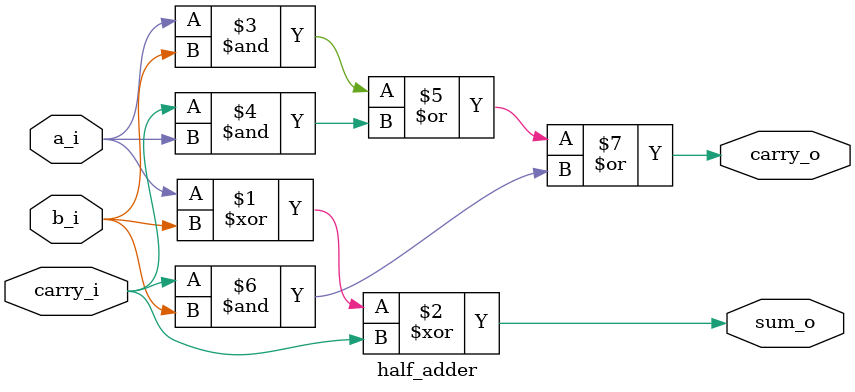
<source format=sv>
module half_adder(
    input logic a_i,
    input logic b_i,
    input logic carry_i,
      
    output logic sum_o,
    output logic carry_o
);
    assign sum_o = a_i ^ b_i ^ carry_i;
    assign carry_o = (a_i & b_i) | (carry_i & a_i) | (carry_i & b_i);
endmodule

</source>
